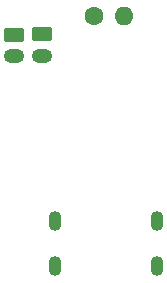
<source format=gbr>
%TF.GenerationSoftware,KiCad,Pcbnew,9.0.0*%
%TF.CreationDate,2025-11-29T18:06:43+01:00*%
%TF.ProjectId,Battery power module,42617474-6572-4792-9070-6f776572206d,rev?*%
%TF.SameCoordinates,Original*%
%TF.FileFunction,Soldermask,Bot*%
%TF.FilePolarity,Negative*%
%FSLAX46Y46*%
G04 Gerber Fmt 4.6, Leading zero omitted, Abs format (unit mm)*
G04 Created by KiCad (PCBNEW 9.0.0) date 2025-11-29 18:06:43*
%MOMM*%
%LPD*%
G01*
G04 APERTURE LIST*
G04 Aperture macros list*
%AMRoundRect*
0 Rectangle with rounded corners*
0 $1 Rounding radius*
0 $2 $3 $4 $5 $6 $7 $8 $9 X,Y pos of 4 corners*
0 Add a 4 corners polygon primitive as box body*
4,1,4,$2,$3,$4,$5,$6,$7,$8,$9,$2,$3,0*
0 Add four circle primitives for the rounded corners*
1,1,$1+$1,$2,$3*
1,1,$1+$1,$4,$5*
1,1,$1+$1,$6,$7*
1,1,$1+$1,$8,$9*
0 Add four rect primitives between the rounded corners*
20,1,$1+$1,$2,$3,$4,$5,0*
20,1,$1+$1,$4,$5,$6,$7,0*
20,1,$1+$1,$6,$7,$8,$9,0*
20,1,$1+$1,$8,$9,$2,$3,0*%
G04 Aperture macros list end*
%ADD10C,1.600000*%
%ADD11O,1.600000X1.600000*%
%ADD12RoundRect,0.250000X-0.625000X0.350000X-0.625000X-0.350000X0.625000X-0.350000X0.625000X0.350000X0*%
%ADD13O,1.100000X1.700000*%
%ADD14O,1.750000X1.200000*%
G04 APERTURE END LIST*
D10*
%TO.C,TH1*%
X128698200Y-96215200D03*
D11*
X131238200Y-96215200D03*
%TD*%
D12*
%TO.C,*%
X121920000Y-97790000D03*
%TD*%
D13*
%TO.C,J1*%
X125360000Y-113607800D03*
X125360000Y-117407800D03*
X134000000Y-113607800D03*
X134000000Y-117407800D03*
%TD*%
D12*
%TO.C,J2*%
X124297000Y-97757000D03*
D14*
X124297000Y-99587600D03*
%TD*%
%TO.C,*%
X121919000Y-99568000D03*
%TD*%
M02*

</source>
